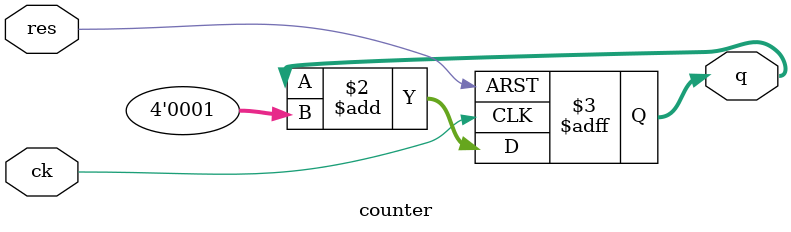
<source format=v>
module counter(ck, res, q);
input ck, res;
output [3:0] q;
reg [3:0] q;

always @(posedge ck or posedge res) begin
    if (res)
        q <= 4'h0;
    else
        q <= q + 4'h1;
end

endmodule

</source>
